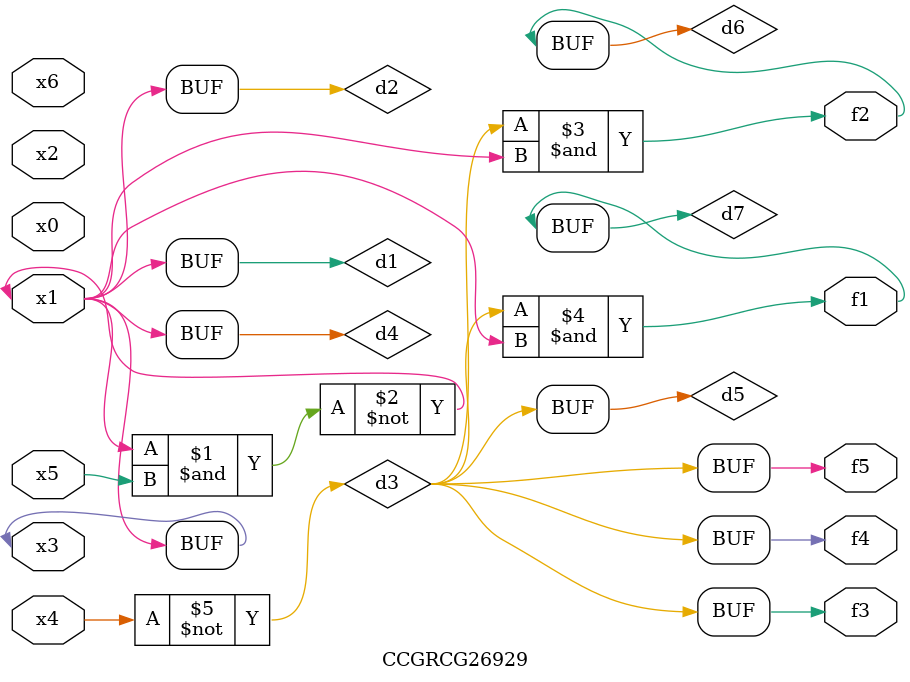
<source format=v>
module CCGRCG26929(
	input x0, x1, x2, x3, x4, x5, x6,
	output f1, f2, f3, f4, f5
);

	wire d1, d2, d3, d4, d5, d6, d7;

	buf (d1, x1, x3);
	nand (d2, x1, x5);
	not (d3, x4);
	buf (d4, d1, d2);
	buf (d5, d3);
	and (d6, d3, d4);
	and (d7, d3, d4);
	assign f1 = d7;
	assign f2 = d6;
	assign f3 = d5;
	assign f4 = d5;
	assign f5 = d5;
endmodule

</source>
